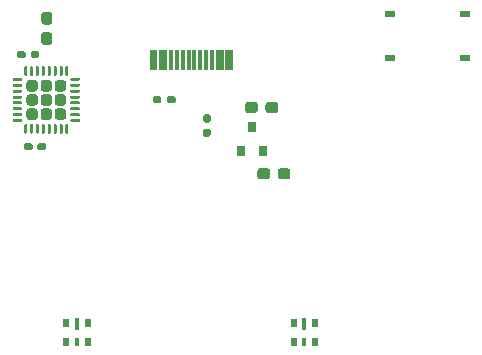
<source format=gtp>
G04 #@! TF.GenerationSoftware,KiCad,Pcbnew,(5.1.10)-1*
G04 #@! TF.CreationDate,2021-08-08T15:57:29-07:00*
G04 #@! TF.ProjectId,twokey,74776f6b-6579-42e6-9b69-6361645f7063,rev?*
G04 #@! TF.SameCoordinates,Original*
G04 #@! TF.FileFunction,Paste,Top*
G04 #@! TF.FilePolarity,Positive*
%FSLAX46Y46*%
G04 Gerber Fmt 4.6, Leading zero omitted, Abs format (unit mm)*
G04 Created by KiCad (PCBNEW (5.1.10)-1) date 2021-08-08 15:57:29*
%MOMM*%
%LPD*%
G01*
G04 APERTURE LIST*
%ADD10R,0.800000X0.900000*%
%ADD11R,0.600000X0.800000*%
%ADD12R,0.400000X0.800000*%
%ADD13R,0.400000X1.000000*%
%ADD14R,0.952500X0.558800*%
%ADD15R,0.300000X1.750000*%
G04 APERTURE END LIST*
G36*
G01*
X1140000Y7160000D02*
X1460000Y7160000D01*
G75*
G02*
X1620000Y7000000I0J-160000D01*
G01*
X1620000Y6605000D01*
G75*
G02*
X1460000Y6445000I-160000J0D01*
G01*
X1140000Y6445000D01*
G75*
G02*
X980000Y6605000I0J160000D01*
G01*
X980000Y7000000D01*
G75*
G02*
X1140000Y7160000I160000J0D01*
G01*
G37*
G36*
G01*
X1140000Y8355000D02*
X1460000Y8355000D01*
G75*
G02*
X1620000Y8195000I0J-160000D01*
G01*
X1620000Y7800000D01*
G75*
G02*
X1460000Y7640000I-160000J0D01*
G01*
X1140000Y7640000D01*
G75*
G02*
X980000Y7800000I0J160000D01*
G01*
X980000Y8195000D01*
G75*
G02*
X1140000Y8355000I160000J0D01*
G01*
G37*
G36*
G01*
X-1347500Y9760000D02*
X-1347500Y9440000D01*
G75*
G02*
X-1507500Y9280000I-160000J0D01*
G01*
X-1902500Y9280000D01*
G75*
G02*
X-2062500Y9440000I0J160000D01*
G01*
X-2062500Y9760000D01*
G75*
G02*
X-1902500Y9920000I160000J0D01*
G01*
X-1507500Y9920000D01*
G75*
G02*
X-1347500Y9760000I0J-160000D01*
G01*
G37*
G36*
G01*
X-2542500Y9760000D02*
X-2542500Y9440000D01*
G75*
G02*
X-2702500Y9280000I-160000J0D01*
G01*
X-3097500Y9280000D01*
G75*
G02*
X-3257500Y9440000I0J160000D01*
G01*
X-3257500Y9760000D01*
G75*
G02*
X-3097500Y9920000I160000J0D01*
G01*
X-2702500Y9920000D01*
G75*
G02*
X-2542500Y9760000I0J-160000D01*
G01*
G37*
G36*
G01*
X-15143600Y11263300D02*
X-15143600Y11388300D01*
G75*
G02*
X-15081100Y11450800I62500J0D01*
G01*
X-14406100Y11450800D01*
G75*
G02*
X-14343600Y11388300I0J-62500D01*
G01*
X-14343600Y11263300D01*
G75*
G02*
X-14406100Y11200800I-62500J0D01*
G01*
X-15081100Y11200800D01*
G75*
G02*
X-15143600Y11263300I0J62500D01*
G01*
G37*
G36*
G01*
X-15143600Y10763300D02*
X-15143600Y10888300D01*
G75*
G02*
X-15081100Y10950800I62500J0D01*
G01*
X-14406100Y10950800D01*
G75*
G02*
X-14343600Y10888300I0J-62500D01*
G01*
X-14343600Y10763300D01*
G75*
G02*
X-14406100Y10700800I-62500J0D01*
G01*
X-15081100Y10700800D01*
G75*
G02*
X-15143600Y10763300I0J62500D01*
G01*
G37*
G36*
G01*
X-15143600Y10263300D02*
X-15143600Y10388300D01*
G75*
G02*
X-15081100Y10450800I62500J0D01*
G01*
X-14406100Y10450800D01*
G75*
G02*
X-14343600Y10388300I0J-62500D01*
G01*
X-14343600Y10263300D01*
G75*
G02*
X-14406100Y10200800I-62500J0D01*
G01*
X-15081100Y10200800D01*
G75*
G02*
X-15143600Y10263300I0J62500D01*
G01*
G37*
G36*
G01*
X-15143600Y9763300D02*
X-15143600Y9888300D01*
G75*
G02*
X-15081100Y9950800I62500J0D01*
G01*
X-14406100Y9950800D01*
G75*
G02*
X-14343600Y9888300I0J-62500D01*
G01*
X-14343600Y9763300D01*
G75*
G02*
X-14406100Y9700800I-62500J0D01*
G01*
X-15081100Y9700800D01*
G75*
G02*
X-15143600Y9763300I0J62500D01*
G01*
G37*
G36*
G01*
X-15143600Y9263300D02*
X-15143600Y9388300D01*
G75*
G02*
X-15081100Y9450800I62500J0D01*
G01*
X-14406100Y9450800D01*
G75*
G02*
X-14343600Y9388300I0J-62500D01*
G01*
X-14343600Y9263300D01*
G75*
G02*
X-14406100Y9200800I-62500J0D01*
G01*
X-15081100Y9200800D01*
G75*
G02*
X-15143600Y9263300I0J62500D01*
G01*
G37*
G36*
G01*
X-15143600Y8763300D02*
X-15143600Y8888300D01*
G75*
G02*
X-15081100Y8950800I62500J0D01*
G01*
X-14406100Y8950800D01*
G75*
G02*
X-14343600Y8888300I0J-62500D01*
G01*
X-14343600Y8763300D01*
G75*
G02*
X-14406100Y8700800I-62500J0D01*
G01*
X-15081100Y8700800D01*
G75*
G02*
X-15143600Y8763300I0J62500D01*
G01*
G37*
G36*
G01*
X-15143600Y8263300D02*
X-15143600Y8388300D01*
G75*
G02*
X-15081100Y8450800I62500J0D01*
G01*
X-14406100Y8450800D01*
G75*
G02*
X-14343600Y8388300I0J-62500D01*
G01*
X-14343600Y8263300D01*
G75*
G02*
X-14406100Y8200800I-62500J0D01*
G01*
X-15081100Y8200800D01*
G75*
G02*
X-15143600Y8263300I0J62500D01*
G01*
G37*
G36*
G01*
X-15143600Y7763300D02*
X-15143600Y7888300D01*
G75*
G02*
X-15081100Y7950800I62500J0D01*
G01*
X-14406100Y7950800D01*
G75*
G02*
X-14343600Y7888300I0J-62500D01*
G01*
X-14343600Y7763300D01*
G75*
G02*
X-14406100Y7700800I-62500J0D01*
G01*
X-15081100Y7700800D01*
G75*
G02*
X-15143600Y7763300I0J62500D01*
G01*
G37*
G36*
G01*
X-14168600Y6788300D02*
X-14168600Y7463300D01*
G75*
G02*
X-14106100Y7525800I62500J0D01*
G01*
X-13981100Y7525800D01*
G75*
G02*
X-13918600Y7463300I0J-62500D01*
G01*
X-13918600Y6788300D01*
G75*
G02*
X-13981100Y6725800I-62500J0D01*
G01*
X-14106100Y6725800D01*
G75*
G02*
X-14168600Y6788300I0J62500D01*
G01*
G37*
G36*
G01*
X-13668600Y6788300D02*
X-13668600Y7463300D01*
G75*
G02*
X-13606100Y7525800I62500J0D01*
G01*
X-13481100Y7525800D01*
G75*
G02*
X-13418600Y7463300I0J-62500D01*
G01*
X-13418600Y6788300D01*
G75*
G02*
X-13481100Y6725800I-62500J0D01*
G01*
X-13606100Y6725800D01*
G75*
G02*
X-13668600Y6788300I0J62500D01*
G01*
G37*
G36*
G01*
X-13168600Y6788300D02*
X-13168600Y7463300D01*
G75*
G02*
X-13106100Y7525800I62500J0D01*
G01*
X-12981100Y7525800D01*
G75*
G02*
X-12918600Y7463300I0J-62500D01*
G01*
X-12918600Y6788300D01*
G75*
G02*
X-12981100Y6725800I-62500J0D01*
G01*
X-13106100Y6725800D01*
G75*
G02*
X-13168600Y6788300I0J62500D01*
G01*
G37*
G36*
G01*
X-12668600Y6788300D02*
X-12668600Y7463300D01*
G75*
G02*
X-12606100Y7525800I62500J0D01*
G01*
X-12481100Y7525800D01*
G75*
G02*
X-12418600Y7463300I0J-62500D01*
G01*
X-12418600Y6788300D01*
G75*
G02*
X-12481100Y6725800I-62500J0D01*
G01*
X-12606100Y6725800D01*
G75*
G02*
X-12668600Y6788300I0J62500D01*
G01*
G37*
G36*
G01*
X-12168600Y6788300D02*
X-12168600Y7463300D01*
G75*
G02*
X-12106100Y7525800I62500J0D01*
G01*
X-11981100Y7525800D01*
G75*
G02*
X-11918600Y7463300I0J-62500D01*
G01*
X-11918600Y6788300D01*
G75*
G02*
X-11981100Y6725800I-62500J0D01*
G01*
X-12106100Y6725800D01*
G75*
G02*
X-12168600Y6788300I0J62500D01*
G01*
G37*
G36*
G01*
X-11668600Y6788300D02*
X-11668600Y7463300D01*
G75*
G02*
X-11606100Y7525800I62500J0D01*
G01*
X-11481100Y7525800D01*
G75*
G02*
X-11418600Y7463300I0J-62500D01*
G01*
X-11418600Y6788300D01*
G75*
G02*
X-11481100Y6725800I-62500J0D01*
G01*
X-11606100Y6725800D01*
G75*
G02*
X-11668600Y6788300I0J62500D01*
G01*
G37*
G36*
G01*
X-11168600Y6788300D02*
X-11168600Y7463300D01*
G75*
G02*
X-11106100Y7525800I62500J0D01*
G01*
X-10981100Y7525800D01*
G75*
G02*
X-10918600Y7463300I0J-62500D01*
G01*
X-10918600Y6788300D01*
G75*
G02*
X-10981100Y6725800I-62500J0D01*
G01*
X-11106100Y6725800D01*
G75*
G02*
X-11168600Y6788300I0J62500D01*
G01*
G37*
G36*
G01*
X-10668600Y6788300D02*
X-10668600Y7463300D01*
G75*
G02*
X-10606100Y7525800I62500J0D01*
G01*
X-10481100Y7525800D01*
G75*
G02*
X-10418600Y7463300I0J-62500D01*
G01*
X-10418600Y6788300D01*
G75*
G02*
X-10481100Y6725800I-62500J0D01*
G01*
X-10606100Y6725800D01*
G75*
G02*
X-10668600Y6788300I0J62500D01*
G01*
G37*
G36*
G01*
X-10243600Y7763300D02*
X-10243600Y7888300D01*
G75*
G02*
X-10181100Y7950800I62500J0D01*
G01*
X-9506100Y7950800D01*
G75*
G02*
X-9443600Y7888300I0J-62500D01*
G01*
X-9443600Y7763300D01*
G75*
G02*
X-9506100Y7700800I-62500J0D01*
G01*
X-10181100Y7700800D01*
G75*
G02*
X-10243600Y7763300I0J62500D01*
G01*
G37*
G36*
G01*
X-10243600Y8263300D02*
X-10243600Y8388300D01*
G75*
G02*
X-10181100Y8450800I62500J0D01*
G01*
X-9506100Y8450800D01*
G75*
G02*
X-9443600Y8388300I0J-62500D01*
G01*
X-9443600Y8263300D01*
G75*
G02*
X-9506100Y8200800I-62500J0D01*
G01*
X-10181100Y8200800D01*
G75*
G02*
X-10243600Y8263300I0J62500D01*
G01*
G37*
G36*
G01*
X-10243600Y8763300D02*
X-10243600Y8888300D01*
G75*
G02*
X-10181100Y8950800I62500J0D01*
G01*
X-9506100Y8950800D01*
G75*
G02*
X-9443600Y8888300I0J-62500D01*
G01*
X-9443600Y8763300D01*
G75*
G02*
X-9506100Y8700800I-62500J0D01*
G01*
X-10181100Y8700800D01*
G75*
G02*
X-10243600Y8763300I0J62500D01*
G01*
G37*
G36*
G01*
X-10243600Y9263300D02*
X-10243600Y9388300D01*
G75*
G02*
X-10181100Y9450800I62500J0D01*
G01*
X-9506100Y9450800D01*
G75*
G02*
X-9443600Y9388300I0J-62500D01*
G01*
X-9443600Y9263300D01*
G75*
G02*
X-9506100Y9200800I-62500J0D01*
G01*
X-10181100Y9200800D01*
G75*
G02*
X-10243600Y9263300I0J62500D01*
G01*
G37*
G36*
G01*
X-10243600Y9763300D02*
X-10243600Y9888300D01*
G75*
G02*
X-10181100Y9950800I62500J0D01*
G01*
X-9506100Y9950800D01*
G75*
G02*
X-9443600Y9888300I0J-62500D01*
G01*
X-9443600Y9763300D01*
G75*
G02*
X-9506100Y9700800I-62500J0D01*
G01*
X-10181100Y9700800D01*
G75*
G02*
X-10243600Y9763300I0J62500D01*
G01*
G37*
G36*
G01*
X-10243600Y10263300D02*
X-10243600Y10388300D01*
G75*
G02*
X-10181100Y10450800I62500J0D01*
G01*
X-9506100Y10450800D01*
G75*
G02*
X-9443600Y10388300I0J-62500D01*
G01*
X-9443600Y10263300D01*
G75*
G02*
X-9506100Y10200800I-62500J0D01*
G01*
X-10181100Y10200800D01*
G75*
G02*
X-10243600Y10263300I0J62500D01*
G01*
G37*
G36*
G01*
X-10243600Y10763300D02*
X-10243600Y10888300D01*
G75*
G02*
X-10181100Y10950800I62500J0D01*
G01*
X-9506100Y10950800D01*
G75*
G02*
X-9443600Y10888300I0J-62500D01*
G01*
X-9443600Y10763300D01*
G75*
G02*
X-9506100Y10700800I-62500J0D01*
G01*
X-10181100Y10700800D01*
G75*
G02*
X-10243600Y10763300I0J62500D01*
G01*
G37*
G36*
G01*
X-10243600Y11263300D02*
X-10243600Y11388300D01*
G75*
G02*
X-10181100Y11450800I62500J0D01*
G01*
X-9506100Y11450800D01*
G75*
G02*
X-9443600Y11388300I0J-62500D01*
G01*
X-9443600Y11263300D01*
G75*
G02*
X-9506100Y11200800I-62500J0D01*
G01*
X-10181100Y11200800D01*
G75*
G02*
X-10243600Y11263300I0J62500D01*
G01*
G37*
G36*
G01*
X-10668600Y11688300D02*
X-10668600Y12363300D01*
G75*
G02*
X-10606100Y12425800I62500J0D01*
G01*
X-10481100Y12425800D01*
G75*
G02*
X-10418600Y12363300I0J-62500D01*
G01*
X-10418600Y11688300D01*
G75*
G02*
X-10481100Y11625800I-62500J0D01*
G01*
X-10606100Y11625800D01*
G75*
G02*
X-10668600Y11688300I0J62500D01*
G01*
G37*
G36*
G01*
X-11168600Y11688300D02*
X-11168600Y12363300D01*
G75*
G02*
X-11106100Y12425800I62500J0D01*
G01*
X-10981100Y12425800D01*
G75*
G02*
X-10918600Y12363300I0J-62500D01*
G01*
X-10918600Y11688300D01*
G75*
G02*
X-10981100Y11625800I-62500J0D01*
G01*
X-11106100Y11625800D01*
G75*
G02*
X-11168600Y11688300I0J62500D01*
G01*
G37*
G36*
G01*
X-11668600Y11688300D02*
X-11668600Y12363300D01*
G75*
G02*
X-11606100Y12425800I62500J0D01*
G01*
X-11481100Y12425800D01*
G75*
G02*
X-11418600Y12363300I0J-62500D01*
G01*
X-11418600Y11688300D01*
G75*
G02*
X-11481100Y11625800I-62500J0D01*
G01*
X-11606100Y11625800D01*
G75*
G02*
X-11668600Y11688300I0J62500D01*
G01*
G37*
G36*
G01*
X-12168600Y11688300D02*
X-12168600Y12363300D01*
G75*
G02*
X-12106100Y12425800I62500J0D01*
G01*
X-11981100Y12425800D01*
G75*
G02*
X-11918600Y12363300I0J-62500D01*
G01*
X-11918600Y11688300D01*
G75*
G02*
X-11981100Y11625800I-62500J0D01*
G01*
X-12106100Y11625800D01*
G75*
G02*
X-12168600Y11688300I0J62500D01*
G01*
G37*
G36*
G01*
X-12668600Y11688300D02*
X-12668600Y12363300D01*
G75*
G02*
X-12606100Y12425800I62500J0D01*
G01*
X-12481100Y12425800D01*
G75*
G02*
X-12418600Y12363300I0J-62500D01*
G01*
X-12418600Y11688300D01*
G75*
G02*
X-12481100Y11625800I-62500J0D01*
G01*
X-12606100Y11625800D01*
G75*
G02*
X-12668600Y11688300I0J62500D01*
G01*
G37*
G36*
G01*
X-13168600Y11688300D02*
X-13168600Y12363300D01*
G75*
G02*
X-13106100Y12425800I62500J0D01*
G01*
X-12981100Y12425800D01*
G75*
G02*
X-12918600Y12363300I0J-62500D01*
G01*
X-12918600Y11688300D01*
G75*
G02*
X-12981100Y11625800I-62500J0D01*
G01*
X-13106100Y11625800D01*
G75*
G02*
X-13168600Y11688300I0J62500D01*
G01*
G37*
G36*
G01*
X-13668600Y11688300D02*
X-13668600Y12363300D01*
G75*
G02*
X-13606100Y12425800I62500J0D01*
G01*
X-13481100Y12425800D01*
G75*
G02*
X-13418600Y12363300I0J-62500D01*
G01*
X-13418600Y11688300D01*
G75*
G02*
X-13481100Y11625800I-62500J0D01*
G01*
X-13606100Y11625800D01*
G75*
G02*
X-13668600Y11688300I0J62500D01*
G01*
G37*
G36*
G01*
X-14168600Y11688300D02*
X-14168600Y12363300D01*
G75*
G02*
X-14106100Y12425800I62500J0D01*
G01*
X-13981100Y12425800D01*
G75*
G02*
X-13918600Y12363300I0J-62500D01*
G01*
X-13918600Y11688300D01*
G75*
G02*
X-13981100Y11625800I-62500J0D01*
G01*
X-14106100Y11625800D01*
G75*
G02*
X-14168600Y11688300I0J62500D01*
G01*
G37*
G36*
G01*
X-13978600Y10533300D02*
X-13978600Y11018300D01*
G75*
G02*
X-13736100Y11260800I242500J0D01*
G01*
X-13251100Y11260800D01*
G75*
G02*
X-13008600Y11018300I0J-242500D01*
G01*
X-13008600Y10533300D01*
G75*
G02*
X-13251100Y10290800I-242500J0D01*
G01*
X-13736100Y10290800D01*
G75*
G02*
X-13978600Y10533300I0J242500D01*
G01*
G37*
G36*
G01*
X-13978600Y9333300D02*
X-13978600Y9818300D01*
G75*
G02*
X-13736100Y10060800I242500J0D01*
G01*
X-13251100Y10060800D01*
G75*
G02*
X-13008600Y9818300I0J-242500D01*
G01*
X-13008600Y9333300D01*
G75*
G02*
X-13251100Y9090800I-242500J0D01*
G01*
X-13736100Y9090800D01*
G75*
G02*
X-13978600Y9333300I0J242500D01*
G01*
G37*
G36*
G01*
X-13978600Y8133300D02*
X-13978600Y8618300D01*
G75*
G02*
X-13736100Y8860800I242500J0D01*
G01*
X-13251100Y8860800D01*
G75*
G02*
X-13008600Y8618300I0J-242500D01*
G01*
X-13008600Y8133300D01*
G75*
G02*
X-13251100Y7890800I-242500J0D01*
G01*
X-13736100Y7890800D01*
G75*
G02*
X-13978600Y8133300I0J242500D01*
G01*
G37*
G36*
G01*
X-12778600Y10533300D02*
X-12778600Y11018300D01*
G75*
G02*
X-12536100Y11260800I242500J0D01*
G01*
X-12051100Y11260800D01*
G75*
G02*
X-11808600Y11018300I0J-242500D01*
G01*
X-11808600Y10533300D01*
G75*
G02*
X-12051100Y10290800I-242500J0D01*
G01*
X-12536100Y10290800D01*
G75*
G02*
X-12778600Y10533300I0J242500D01*
G01*
G37*
G36*
G01*
X-12778600Y9333300D02*
X-12778600Y9818300D01*
G75*
G02*
X-12536100Y10060800I242500J0D01*
G01*
X-12051100Y10060800D01*
G75*
G02*
X-11808600Y9818300I0J-242500D01*
G01*
X-11808600Y9333300D01*
G75*
G02*
X-12051100Y9090800I-242500J0D01*
G01*
X-12536100Y9090800D01*
G75*
G02*
X-12778600Y9333300I0J242500D01*
G01*
G37*
G36*
G01*
X-12778600Y8133300D02*
X-12778600Y8618300D01*
G75*
G02*
X-12536100Y8860800I242500J0D01*
G01*
X-12051100Y8860800D01*
G75*
G02*
X-11808600Y8618300I0J-242500D01*
G01*
X-11808600Y8133300D01*
G75*
G02*
X-12051100Y7890800I-242500J0D01*
G01*
X-12536100Y7890800D01*
G75*
G02*
X-12778600Y8133300I0J242500D01*
G01*
G37*
G36*
G01*
X-11578600Y10533300D02*
X-11578600Y11018300D01*
G75*
G02*
X-11336100Y11260800I242500J0D01*
G01*
X-10851100Y11260800D01*
G75*
G02*
X-10608600Y11018300I0J-242500D01*
G01*
X-10608600Y10533300D01*
G75*
G02*
X-10851100Y10290800I-242500J0D01*
G01*
X-11336100Y10290800D01*
G75*
G02*
X-11578600Y10533300I0J242500D01*
G01*
G37*
G36*
G01*
X-11578600Y9333300D02*
X-11578600Y9818300D01*
G75*
G02*
X-11336100Y10060800I242500J0D01*
G01*
X-10851100Y10060800D01*
G75*
G02*
X-10608600Y9818300I0J-242500D01*
G01*
X-10608600Y9333300D01*
G75*
G02*
X-10851100Y9090800I-242500J0D01*
G01*
X-11336100Y9090800D01*
G75*
G02*
X-11578600Y9333300I0J242500D01*
G01*
G37*
G36*
G01*
X-11578600Y8133300D02*
X-11578600Y8618300D01*
G75*
G02*
X-11336100Y8860800I242500J0D01*
G01*
X-10851100Y8860800D01*
G75*
G02*
X-10608600Y8618300I0J-242500D01*
G01*
X-10608600Y8133300D01*
G75*
G02*
X-10851100Y7890800I-242500J0D01*
G01*
X-11336100Y7890800D01*
G75*
G02*
X-11578600Y8133300I0J242500D01*
G01*
G37*
D10*
X4180800Y5283200D03*
X6080800Y5283200D03*
X5130800Y7283200D03*
D11*
X8650000Y-10900000D03*
D12*
X9550000Y-10900000D03*
D11*
X10450000Y-10900000D03*
X8650000Y-9300000D03*
D13*
X9550000Y-9400000D03*
D11*
X10450000Y-9300000D03*
X-8800000Y-9300000D03*
D13*
X-9700000Y-9400000D03*
D11*
X-10600000Y-9300000D03*
X-8800000Y-10900000D03*
D12*
X-9700000Y-10900000D03*
D11*
X-10600000Y-10900000D03*
D14*
X16818650Y16854200D03*
X16818650Y13145800D03*
X23181350Y13145800D03*
X23181350Y16854200D03*
G36*
G01*
X-12005300Y14234800D02*
X-12480300Y14234800D01*
G75*
G02*
X-12717800Y14472300I0J237500D01*
G01*
X-12717800Y15072300D01*
G75*
G02*
X-12480300Y15309800I237500J0D01*
G01*
X-12005300Y15309800D01*
G75*
G02*
X-11767800Y15072300I0J-237500D01*
G01*
X-11767800Y14472300D01*
G75*
G02*
X-12005300Y14234800I-237500J0D01*
G01*
G37*
G36*
G01*
X-12005300Y15959800D02*
X-12480300Y15959800D01*
G75*
G02*
X-12717800Y16197300I0J237500D01*
G01*
X-12717800Y16797300D01*
G75*
G02*
X-12480300Y17034800I237500J0D01*
G01*
X-12005300Y17034800D01*
G75*
G02*
X-11767800Y16797300I0J-237500D01*
G01*
X-11767800Y16197300D01*
G75*
G02*
X-12005300Y15959800I-237500J0D01*
G01*
G37*
G36*
G01*
X-12891300Y13566200D02*
X-12891300Y13256200D01*
G75*
G02*
X-13046300Y13101200I-155000J0D01*
G01*
X-13471300Y13101200D01*
G75*
G02*
X-13626300Y13256200I0J155000D01*
G01*
X-13626300Y13566200D01*
G75*
G02*
X-13471300Y13721200I155000J0D01*
G01*
X-13046300Y13721200D01*
G75*
G02*
X-12891300Y13566200I0J-155000D01*
G01*
G37*
G36*
G01*
X-14026300Y13566200D02*
X-14026300Y13256200D01*
G75*
G02*
X-14181300Y13101200I-155000J0D01*
G01*
X-14606300Y13101200D01*
G75*
G02*
X-14761300Y13256200I0J155000D01*
G01*
X-14761300Y13566200D01*
G75*
G02*
X-14606300Y13721200I155000J0D01*
G01*
X-14181300Y13721200D01*
G75*
G02*
X-14026300Y13566200I0J-155000D01*
G01*
G37*
G36*
G01*
X-13050100Y5458400D02*
X-13050100Y5768400D01*
G75*
G02*
X-12895100Y5923400I155000J0D01*
G01*
X-12470100Y5923400D01*
G75*
G02*
X-12315100Y5768400I0J-155000D01*
G01*
X-12315100Y5458400D01*
G75*
G02*
X-12470100Y5303400I-155000J0D01*
G01*
X-12895100Y5303400D01*
G75*
G02*
X-13050100Y5458400I0J155000D01*
G01*
G37*
G36*
G01*
X-14185100Y5458400D02*
X-14185100Y5768400D01*
G75*
G02*
X-14030100Y5923400I155000J0D01*
G01*
X-13605100Y5923400D01*
G75*
G02*
X-13450100Y5768400I0J-155000D01*
G01*
X-13450100Y5458400D01*
G75*
G02*
X-13605100Y5303400I-155000J0D01*
G01*
X-14030100Y5303400D01*
G75*
G02*
X-14185100Y5458400I0J155000D01*
G01*
G37*
G36*
G01*
X4542500Y8703300D02*
X4542500Y9178300D01*
G75*
G02*
X4780000Y9415800I237500J0D01*
G01*
X5380000Y9415800D01*
G75*
G02*
X5617500Y9178300I0J-237500D01*
G01*
X5617500Y8703300D01*
G75*
G02*
X5380000Y8465800I-237500J0D01*
G01*
X4780000Y8465800D01*
G75*
G02*
X4542500Y8703300I0J237500D01*
G01*
G37*
G36*
G01*
X6267500Y8703300D02*
X6267500Y9178300D01*
G75*
G02*
X6505000Y9415800I237500J0D01*
G01*
X7105000Y9415800D01*
G75*
G02*
X7342500Y9178300I0J-237500D01*
G01*
X7342500Y8703300D01*
G75*
G02*
X7105000Y8465800I-237500J0D01*
G01*
X6505000Y8465800D01*
G75*
G02*
X6267500Y8703300I0J237500D01*
G01*
G37*
G36*
G01*
X7310000Y3089900D02*
X7310000Y3564900D01*
G75*
G02*
X7547500Y3802400I237500J0D01*
G01*
X8147500Y3802400D01*
G75*
G02*
X8385000Y3564900I0J-237500D01*
G01*
X8385000Y3089900D01*
G75*
G02*
X8147500Y2852400I-237500J0D01*
G01*
X7547500Y2852400D01*
G75*
G02*
X7310000Y3089900I0J237500D01*
G01*
G37*
G36*
G01*
X5585000Y3089900D02*
X5585000Y3564900D01*
G75*
G02*
X5822500Y3802400I237500J0D01*
G01*
X6422500Y3802400D01*
G75*
G02*
X6660000Y3564900I0J-237500D01*
G01*
X6660000Y3089900D01*
G75*
G02*
X6422500Y2852400I-237500J0D01*
G01*
X5822500Y2852400D01*
G75*
G02*
X5585000Y3089900I0J237500D01*
G01*
G37*
D15*
X-250000Y12950000D03*
X-750000Y12950000D03*
X-1250000Y12950000D03*
X-1750000Y12950000D03*
X750000Y12950000D03*
X1750000Y12950000D03*
X1250000Y12950000D03*
X250000Y12950000D03*
X3350000Y12950000D03*
X3050000Y12950000D03*
X2550000Y12950000D03*
X2250000Y12950000D03*
X-2550000Y12950000D03*
X-2250000Y12950000D03*
X-3050000Y12950000D03*
X-3350000Y12950000D03*
M02*

</source>
